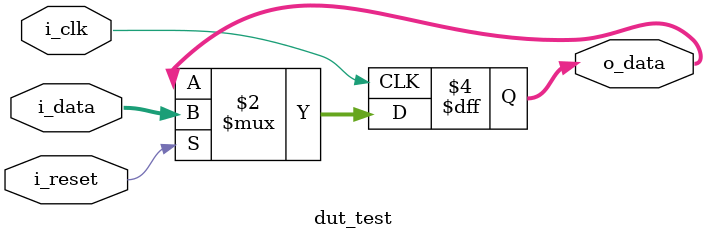
<source format=sv>


module dut_test
(
    input logic         i_clk
,   input logic         i_reset
,   input logic [7:0]   i_data
,   output logic [7:0]  o_data
);

    always_ff @(posedge i_clk) begin
        if (i_reset) begin
            o_data <= i_data;
        end
    end

endmodule: dut_test
</source>
